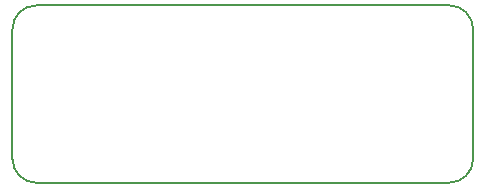
<source format=gbr>
%TF.GenerationSoftware,KiCad,Pcbnew,(6.0.1)*%
%TF.CreationDate,2023-01-10T16:42:07+03:00*%
%TF.ProjectId,STM32RF,53544d33-3252-4462-9e6b-696361645f70,0.1v*%
%TF.SameCoordinates,Original*%
%TF.FileFunction,Profile,NP*%
%FSLAX46Y46*%
G04 Gerber Fmt 4.6, Leading zero omitted, Abs format (unit mm)*
G04 Created by KiCad (PCBNEW (6.0.1)) date 2023-01-10 16:42:07*
%MOMM*%
%LPD*%
G01*
G04 APERTURE LIST*
%TA.AperFunction,Profile*%
%ADD10C,0.150000*%
%TD*%
G04 APERTURE END LIST*
D10*
X67900000Y-37200000D02*
X32900000Y-37200000D01*
X32900000Y-22200000D02*
G75*
G03*
X30900000Y-24200000I-1J-1999999D01*
G01*
X30900000Y-35200000D02*
X30900000Y-24200000D01*
X69900000Y-24200000D02*
X69900000Y-35200000D01*
X30900000Y-35200000D02*
G75*
G03*
X32900000Y-37200000I1999999J-1D01*
G01*
X69900000Y-24200000D02*
G75*
G03*
X67900000Y-22200000I-1999999J1D01*
G01*
X67900000Y-37200000D02*
G75*
G03*
X69900000Y-35200000I1J1999999D01*
G01*
X32900000Y-22200000D02*
X67900000Y-22200000D01*
M02*

</source>
